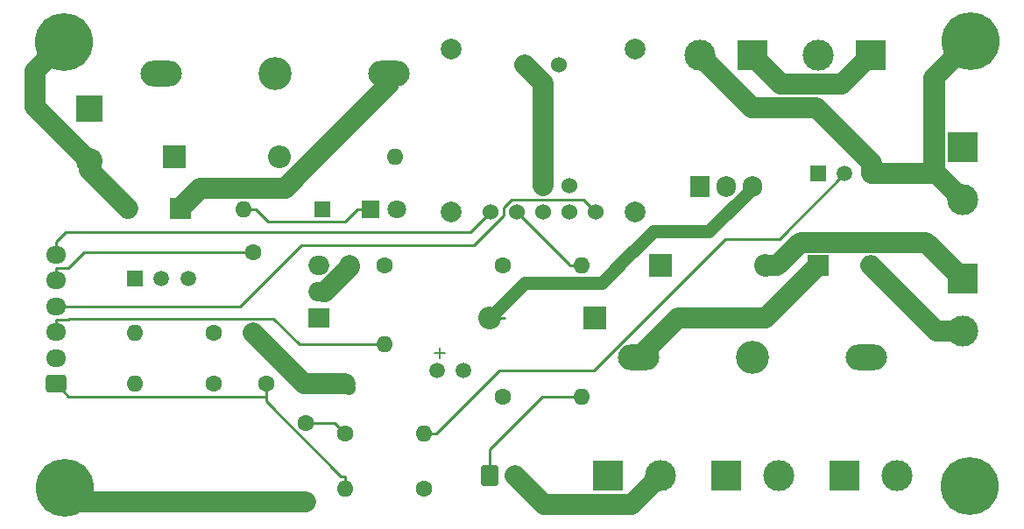
<source format=gtl>
G04 #@! TF.GenerationSoftware,KiCad,Pcbnew,(5.99.0-10988-gd8b1e827c7)*
G04 #@! TF.CreationDate,2021-06-25T10:47:14+02:00*
G04 #@! TF.ProjectId,charge_pcb,63686172-6765-45f7-9063-622e6b696361,rev?*
G04 #@! TF.SameCoordinates,Original*
G04 #@! TF.FileFunction,Copper,L1,Top*
G04 #@! TF.FilePolarity,Positive*
%FSLAX46Y46*%
G04 Gerber Fmt 4.6, Leading zero omitted, Abs format (unit mm)*
G04 Created by KiCad (PCBNEW (5.99.0-10988-gd8b1e827c7)) date 2021-06-25 10:47:14*
%MOMM*%
%LPD*%
G01*
G04 APERTURE LIST*
G04 Aperture macros list*
%AMRoundRect*
0 Rectangle with rounded corners*
0 $1 Rounding radius*
0 $2 $3 $4 $5 $6 $7 $8 $9 X,Y pos of 4 corners*
0 Add a 4 corners polygon primitive as box body*
4,1,4,$2,$3,$4,$5,$6,$7,$8,$9,$2,$3,0*
0 Add four circle primitives for the rounded corners*
1,1,$1+$1,$2,$3*
1,1,$1+$1,$4,$5*
1,1,$1+$1,$6,$7*
1,1,$1+$1,$8,$9*
0 Add four rect primitives between the rounded corners*
20,1,$1+$1,$2,$3,$4,$5,0*
20,1,$1+$1,$4,$5,$6,$7,0*
20,1,$1+$1,$6,$7,$8,$9,0*
20,1,$1+$1,$8,$9,$2,$3,0*%
G04 Aperture macros list end*
G04 #@! TA.AperFunction,EtchedComponent*
%ADD10C,0.150000*%
G04 #@! TD*
G04 #@! TA.AperFunction,ConnectorPad*
%ADD11C,5.600000*%
G04 #@! TD*
G04 #@! TA.AperFunction,ComponentPad*
%ADD12C,3.600000*%
G04 #@! TD*
G04 #@! TA.AperFunction,ComponentPad*
%ADD13O,1.600000X1.600000*%
G04 #@! TD*
G04 #@! TA.AperFunction,ComponentPad*
%ADD14C,1.600000*%
G04 #@! TD*
G04 #@! TA.AperFunction,ComponentPad*
%ADD15C,3.000000*%
G04 #@! TD*
G04 #@! TA.AperFunction,ComponentPad*
%ADD16R,3.000000X3.000000*%
G04 #@! TD*
G04 #@! TA.AperFunction,ComponentPad*
%ADD17O,2.000000X1.905000*%
G04 #@! TD*
G04 #@! TA.AperFunction,ComponentPad*
%ADD18R,2.000000X1.905000*%
G04 #@! TD*
G04 #@! TA.AperFunction,ComponentPad*
%ADD19O,1.905000X2.000000*%
G04 #@! TD*
G04 #@! TA.AperFunction,ComponentPad*
%ADD20R,1.905000X2.000000*%
G04 #@! TD*
G04 #@! TA.AperFunction,ComponentPad*
%ADD21O,2.200000X2.200000*%
G04 #@! TD*
G04 #@! TA.AperFunction,ComponentPad*
%ADD22R,2.200000X2.200000*%
G04 #@! TD*
G04 #@! TA.AperFunction,ComponentPad*
%ADD23O,1.700000X2.000000*%
G04 #@! TD*
G04 #@! TA.AperFunction,ComponentPad*
%ADD24RoundRect,0.250000X-0.600000X-0.750000X0.600000X-0.750000X0.600000X0.750000X-0.600000X0.750000X0*%
G04 #@! TD*
G04 #@! TA.AperFunction,ComponentPad*
%ADD25O,1.950000X1.700000*%
G04 #@! TD*
G04 #@! TA.AperFunction,ComponentPad*
%ADD26RoundRect,0.250000X0.725000X-0.600000X0.725000X0.600000X-0.725000X0.600000X-0.725000X-0.600000X0*%
G04 #@! TD*
G04 #@! TA.AperFunction,ComponentPad*
%ADD27C,1.800000*%
G04 #@! TD*
G04 #@! TA.AperFunction,ComponentPad*
%ADD28R,1.800000X1.800000*%
G04 #@! TD*
G04 #@! TA.AperFunction,ComponentPad*
%ADD29C,1.524000*%
G04 #@! TD*
G04 #@! TA.AperFunction,ComponentPad*
%ADD30C,2.000000*%
G04 #@! TD*
G04 #@! TA.AperFunction,ComponentPad*
%ADD31R,1.500000X1.500000*%
G04 #@! TD*
G04 #@! TA.AperFunction,ComponentPad*
%ADD32C,1.500000*%
G04 #@! TD*
G04 #@! TA.AperFunction,ComponentPad*
%ADD33C,3.200000*%
G04 #@! TD*
G04 #@! TA.AperFunction,ComponentPad*
%ADD34O,4.000500X2.499360*%
G04 #@! TD*
G04 #@! TA.AperFunction,ComponentPad*
%ADD35O,2.000000X2.000000*%
G04 #@! TD*
G04 #@! TA.AperFunction,ComponentPad*
%ADD36R,2.000000X2.000000*%
G04 #@! TD*
G04 #@! TA.AperFunction,ComponentPad*
%ADD37R,1.600000X1.600000*%
G04 #@! TD*
G04 #@! TA.AperFunction,ComponentPad*
%ADD38C,1.501140*%
G04 #@! TD*
G04 #@! TA.AperFunction,ComponentPad*
%ADD39C,2.540000*%
G04 #@! TD*
G04 #@! TA.AperFunction,ComponentPad*
%ADD40R,2.540000X2.540000*%
G04 #@! TD*
G04 #@! TA.AperFunction,ViaPad*
%ADD41C,0.800000*%
G04 #@! TD*
G04 #@! TA.AperFunction,Conductor*
%ADD42C,2.000000*%
G04 #@! TD*
G04 #@! TA.AperFunction,Conductor*
%ADD43C,1.250000*%
G04 #@! TD*
G04 #@! TA.AperFunction,Conductor*
%ADD44C,0.254000*%
G04 #@! TD*
G04 APERTURE END LIST*
D10*
X109489240Y-138399520D02*
X109489240Y-138501120D01*
X109489240Y-138000740D02*
X109489240Y-138399520D01*
X108988860Y-138000740D02*
X109489240Y-138000740D01*
X109489240Y-138000740D02*
X109489240Y-137500360D01*
X109489240Y-138000740D02*
X109989620Y-138000740D01*
D11*
X160830000Y-107840000D03*
D12*
X160830000Y-107840000D03*
D11*
X73250000Y-150970000D03*
D12*
X73250000Y-150970000D03*
D11*
X160750000Y-150820000D03*
D12*
X160750000Y-150820000D03*
D11*
X73160000Y-107940000D03*
D12*
X73160000Y-107940000D03*
D13*
X91440000Y-135890000D03*
D14*
X91440000Y-128270000D03*
D15*
X146050000Y-109220000D03*
D16*
X151130000Y-109220000D03*
D15*
X134620000Y-109220000D03*
D16*
X139700000Y-109220000D03*
D15*
X160020000Y-123190000D03*
D16*
X160020000Y-118110000D03*
D15*
X160020000Y-135890000D03*
D16*
X160020000Y-130810000D03*
D15*
X130810000Y-149860000D03*
D16*
X125730000Y-149860000D03*
D15*
X142240000Y-149860000D03*
D16*
X137160000Y-149860000D03*
D15*
X153670000Y-149860000D03*
D16*
X148590000Y-149860000D03*
D17*
X97790000Y-129540000D03*
X97790000Y-132080000D03*
D18*
X97790000Y-134620000D03*
D19*
X139700000Y-121920000D03*
X137160000Y-121920000D03*
D20*
X134620000Y-121920000D03*
D21*
X140970000Y-129540000D03*
D22*
X130810000Y-129540000D03*
D13*
X96520000Y-152400000D03*
D14*
X96520000Y-144780000D03*
D23*
X116800000Y-149860000D03*
D24*
X114300000Y-149860000D03*
D25*
X72390000Y-128470000D03*
X72390000Y-130970000D03*
X72390000Y-133470000D03*
X72390000Y-135970000D03*
X72390000Y-138470000D03*
D26*
X72390000Y-140970000D03*
D27*
X105370000Y-124050000D03*
D28*
X102830000Y-124050000D03*
D13*
X105220000Y-119010000D03*
D14*
X97600000Y-119010000D03*
D29*
X122010000Y-121790000D03*
X119470000Y-121790000D03*
X119470000Y-124330000D03*
X122010000Y-124330000D03*
D30*
X128360000Y-108582000D03*
X110580000Y-108582000D03*
X128360000Y-124330000D03*
X110580000Y-124330000D03*
D29*
X120994000Y-110106000D03*
X117692000Y-110106000D03*
X124550000Y-124330000D03*
X114390000Y-124330000D03*
X116930000Y-124330000D03*
D13*
X100330000Y-140970000D03*
D14*
X92710000Y-140970000D03*
D13*
X100330000Y-151100000D03*
D14*
X107950000Y-151100000D03*
D13*
X123190000Y-142240000D03*
D14*
X115570000Y-142240000D03*
D13*
X107950000Y-145790000D03*
D14*
X100330000Y-145790000D03*
D13*
X80010000Y-140970000D03*
D14*
X87630000Y-140970000D03*
D13*
X80010000Y-136000000D03*
D14*
X87630000Y-136000000D03*
D13*
X123190000Y-129540000D03*
D14*
X115570000Y-129540000D03*
D13*
X104140000Y-137160000D03*
D14*
X104140000Y-129540000D03*
D31*
X146050000Y-120650000D03*
D32*
X151250000Y-120650000D03*
X148650000Y-120650000D03*
D31*
X80010000Y-130810000D03*
D32*
X85210000Y-130810000D03*
X82610000Y-130810000D03*
D33*
X139700000Y-138430000D03*
D34*
X150700740Y-138430000D03*
X128699260Y-138430000D03*
D33*
X93620000Y-110950000D03*
D34*
X82619260Y-110950000D03*
X104620740Y-110950000D03*
D21*
X114300000Y-134620000D03*
D22*
X124460000Y-134620000D03*
D35*
X151130000Y-129540000D03*
D36*
X146050000Y-129540000D03*
D13*
X90570000Y-124090000D03*
D37*
X98190000Y-124090000D03*
D21*
X94040000Y-119010000D03*
D22*
X83880000Y-119010000D03*
D35*
X79330000Y-123970000D03*
D36*
X84410000Y-123970000D03*
D38*
X111760000Y-139700000D03*
X109220000Y-139700000D03*
D39*
X75640000Y-119430000D03*
D40*
X75640000Y-114350000D03*
D41*
X100790000Y-129540000D03*
D42*
X100790000Y-129707283D02*
X100790000Y-129540000D01*
X98250000Y-132080000D02*
X98417283Y-132080000D01*
X98417283Y-132080000D02*
X100790000Y-129707283D01*
D43*
X97790000Y-132080000D02*
X98250000Y-132080000D01*
X139700000Y-122016953D02*
X139700000Y-121920000D01*
X130174099Y-126209001D02*
X135507952Y-126209001D01*
X128191550Y-128191550D02*
X130174099Y-126209001D01*
X125143799Y-131219001D02*
X128171250Y-128191550D01*
X128171250Y-128191550D02*
X128191550Y-128191550D01*
X135507952Y-126209001D02*
X139700000Y-122016953D01*
X117700999Y-131219001D02*
X125143799Y-131219001D01*
X114300000Y-134620000D02*
X117700999Y-131219001D01*
D44*
X123190000Y-129540000D02*
X122008700Y-129540000D01*
X116930000Y-124330000D02*
X122008700Y-129408700D01*
X122008700Y-129408700D02*
X122008700Y-129540000D01*
X102830000Y-124050000D02*
X101548700Y-124050000D01*
X90570000Y-124090000D02*
X91751300Y-124090000D01*
X91751300Y-124090000D02*
X92932700Y-125271400D01*
X92932700Y-125271400D02*
X100327300Y-125271400D01*
X100327300Y-125271400D02*
X101548700Y-124050000D01*
D43*
X157640999Y-111029001D02*
X160830000Y-107840000D01*
X157640999Y-120810999D02*
X157640999Y-111029001D01*
X160020000Y-123190000D02*
X157640999Y-120810999D01*
X100689571Y-141329571D02*
X100330000Y-140970000D01*
X96520000Y-140970000D02*
X91440000Y-135890000D01*
X100330000Y-140970000D02*
X96520000Y-140970000D01*
D42*
X70360001Y-114150001D02*
X75640000Y-119430000D01*
X70360001Y-110739999D02*
X70360001Y-114150001D01*
X73160000Y-107940000D02*
X70360001Y-110739999D01*
X75640000Y-120280000D02*
X79330000Y-123970000D01*
X75640000Y-119430000D02*
X75640000Y-120280000D01*
X74680000Y-152400000D02*
X73250000Y-150970000D01*
X96520000Y-152400000D02*
X74680000Y-152400000D01*
X151250000Y-119589340D02*
X151250000Y-120650000D01*
X145888671Y-114228011D02*
X151250000Y-119589340D01*
X139628011Y-114228011D02*
X145888671Y-114228011D01*
X134620000Y-109220000D02*
X139628011Y-114228011D01*
X157480000Y-120650000D02*
X160020000Y-123190000D01*
X151250000Y-120650000D02*
X157480000Y-120650000D01*
X157265999Y-120435999D02*
X157480000Y-120650000D01*
X157265999Y-111404001D02*
X157265999Y-120435999D01*
X160830000Y-107840000D02*
X157265999Y-111404001D01*
X157480000Y-135890000D02*
X151130000Y-129540000D01*
X160020000Y-135890000D02*
X157480000Y-135890000D01*
X119554001Y-152614001D02*
X116800000Y-149860000D01*
X128055999Y-152614001D02*
X119554001Y-152614001D01*
X130810000Y-149860000D02*
X128055999Y-152614001D01*
X96347390Y-140970000D02*
X91440000Y-136062610D01*
X100330000Y-140970000D02*
X96347390Y-140970000D01*
D44*
X104620700Y-110950000D02*
X104620700Y-112581000D01*
X104620700Y-112581000D02*
X104029000Y-112581000D01*
X104029000Y-112581000D02*
X97600000Y-119010000D01*
D43*
X104620740Y-110950000D02*
X104620740Y-111989260D01*
D42*
X94574001Y-122035999D02*
X95620999Y-120989001D01*
X86344001Y-122035999D02*
X94574001Y-122035999D01*
X84410000Y-123970000D02*
X86344001Y-122035999D01*
X95620999Y-120989001D02*
X97600000Y-119010000D01*
X97600000Y-119010000D02*
X104620740Y-111989260D01*
X119470000Y-111884000D02*
X119470000Y-121787490D01*
X117692000Y-110106000D02*
X119470000Y-111884000D01*
X140970000Y-134620000D02*
X132509260Y-134620000D01*
X132509260Y-134620000D02*
X128699260Y-138430000D01*
X146050000Y-129540000D02*
X140970000Y-134620000D01*
D44*
X114300000Y-134620000D02*
X115781300Y-134620000D01*
X72390000Y-130970000D02*
X72390000Y-129738700D01*
X72390000Y-129738700D02*
X73621300Y-129738700D01*
X73621300Y-129738700D02*
X75090000Y-128270000D01*
X75090000Y-128270000D02*
X91440000Y-128270000D01*
X124550000Y-124330000D02*
X123388500Y-123168500D01*
X123388500Y-123168500D02*
X116419300Y-123168500D01*
X116419300Y-123168500D02*
X115660000Y-123927800D01*
X115660000Y-123927800D02*
X115660000Y-124700700D01*
X115660000Y-124700700D02*
X112814700Y-127546000D01*
X112814700Y-127546000D02*
X96148900Y-127546000D01*
X96148900Y-127546000D02*
X90224900Y-133470000D01*
X90224900Y-133470000D02*
X72390000Y-133470000D01*
X72390000Y-135970000D02*
X72390000Y-134738700D01*
X72390000Y-134738700D02*
X73621300Y-134738700D01*
X73621300Y-134738700D02*
X73678400Y-134681600D01*
X73678400Y-134681600D02*
X93454300Y-134681600D01*
X93454300Y-134681600D02*
X95932700Y-137160000D01*
X95932700Y-137160000D02*
X104140000Y-137160000D01*
X96520000Y-144780000D02*
X99320000Y-144780000D01*
X99320000Y-144780000D02*
X100330000Y-145790000D01*
X92710000Y-142188900D02*
X92710000Y-142665800D01*
X92710000Y-142665800D02*
X99962900Y-149918700D01*
X99962900Y-149918700D02*
X100330000Y-149918700D01*
X92710000Y-140970000D02*
X92710000Y-142188900D01*
X72390000Y-140970000D02*
X73608900Y-142188900D01*
X73608900Y-142188900D02*
X92710000Y-142188900D01*
X100330000Y-151100000D02*
X100330000Y-149918700D01*
D42*
X148375999Y-111974001D02*
X151130000Y-109220000D01*
X142454001Y-111974001D02*
X148375999Y-111974001D01*
X139700000Y-109220000D02*
X142454001Y-111974001D01*
D44*
X107950000Y-145790000D02*
X109131300Y-145790000D01*
X148650000Y-120650000D02*
X142347900Y-126952100D01*
X142347900Y-126952100D02*
X137120000Y-126952100D01*
X137120000Y-126952100D02*
X124394500Y-139677600D01*
X124394500Y-139677600D02*
X115243700Y-139677600D01*
X115243700Y-139677600D02*
X109131300Y-145790000D01*
X72390000Y-128470000D02*
X72390000Y-127238700D01*
X114390000Y-124330000D02*
X112457000Y-126263000D01*
X112457000Y-126263000D02*
X73365700Y-126263000D01*
X73365700Y-126263000D02*
X72390000Y-127238700D01*
X123190000Y-142240000D02*
X119380000Y-142240000D01*
X114300000Y-147320000D02*
X114300000Y-149860000D01*
X119380000Y-142240000D02*
X114300000Y-147320000D01*
D42*
X156495999Y-127285999D02*
X160020000Y-130810000D01*
X144376681Y-127285999D02*
X156495999Y-127285999D01*
X142122680Y-129540000D02*
X144376681Y-127285999D01*
X140970000Y-129540000D02*
X142122680Y-129540000D01*
M02*

</source>
